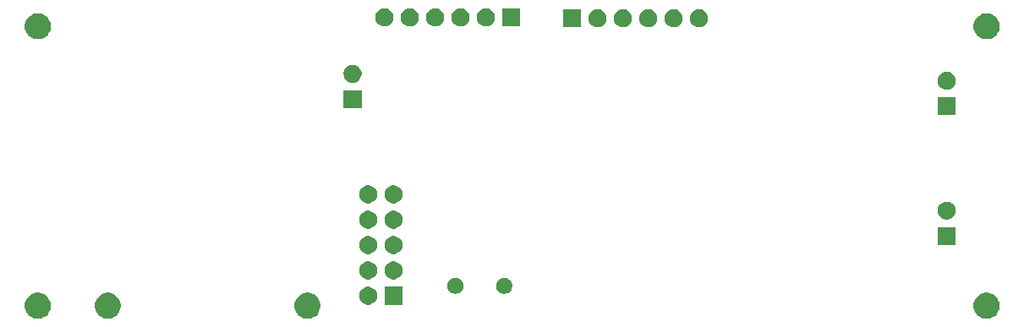
<source format=gbr>
G04 #@! TF.GenerationSoftware,KiCad,Pcbnew,(5.1.5-0-10_14)*
G04 #@! TF.CreationDate,2020-05-10T22:12:37+02:00*
G04 #@! TF.ProjectId,sensor,73656e73-6f72-42e6-9b69-6361645f7063,rev?*
G04 #@! TF.SameCoordinates,Original*
G04 #@! TF.FileFunction,Soldermask,Bot*
G04 #@! TF.FilePolarity,Negative*
%FSLAX46Y46*%
G04 Gerber Fmt 4.6, Leading zero omitted, Abs format (unit mm)*
G04 Created by KiCad (PCBNEW (5.1.5-0-10_14)) date 2020-05-10 22:12:37*
%MOMM*%
%LPD*%
G04 APERTURE LIST*
%ADD10C,0.100000*%
G04 APERTURE END LIST*
D10*
G36*
X113379487Y-61748996D02*
G01*
X113616253Y-61847068D01*
X113616255Y-61847069D01*
X113829339Y-61989447D01*
X114010553Y-62170661D01*
X114072126Y-62262811D01*
X114152932Y-62383747D01*
X114251004Y-62620513D01*
X114301000Y-62871861D01*
X114301000Y-63128139D01*
X114251004Y-63379487D01*
X114152932Y-63616253D01*
X114152931Y-63616255D01*
X114010553Y-63829339D01*
X113829339Y-64010553D01*
X113616255Y-64152931D01*
X113616254Y-64152932D01*
X113616253Y-64152932D01*
X113379487Y-64251004D01*
X113128139Y-64301000D01*
X112871861Y-64301000D01*
X112620513Y-64251004D01*
X112383747Y-64152932D01*
X112383746Y-64152932D01*
X112383745Y-64152931D01*
X112170661Y-64010553D01*
X111989447Y-63829339D01*
X111847069Y-63616255D01*
X111847068Y-63616253D01*
X111748996Y-63379487D01*
X111699000Y-63128139D01*
X111699000Y-62871861D01*
X111748996Y-62620513D01*
X111847068Y-62383747D01*
X111927875Y-62262811D01*
X111989447Y-62170661D01*
X112170661Y-61989447D01*
X112383745Y-61847069D01*
X112383747Y-61847068D01*
X112620513Y-61748996D01*
X112871861Y-61699000D01*
X113128139Y-61699000D01*
X113379487Y-61748996D01*
G37*
G36*
X45379487Y-61748996D02*
G01*
X45616253Y-61847068D01*
X45616255Y-61847069D01*
X45829339Y-61989447D01*
X46010553Y-62170661D01*
X46072126Y-62262811D01*
X46152932Y-62383747D01*
X46251004Y-62620513D01*
X46301000Y-62871861D01*
X46301000Y-63128139D01*
X46251004Y-63379487D01*
X46152932Y-63616253D01*
X46152931Y-63616255D01*
X46010553Y-63829339D01*
X45829339Y-64010553D01*
X45616255Y-64152931D01*
X45616254Y-64152932D01*
X45616253Y-64152932D01*
X45379487Y-64251004D01*
X45128139Y-64301000D01*
X44871861Y-64301000D01*
X44620513Y-64251004D01*
X44383747Y-64152932D01*
X44383746Y-64152932D01*
X44383745Y-64152931D01*
X44170661Y-64010553D01*
X43989447Y-63829339D01*
X43847069Y-63616255D01*
X43847068Y-63616253D01*
X43748996Y-63379487D01*
X43699000Y-63128139D01*
X43699000Y-62871861D01*
X43748996Y-62620513D01*
X43847068Y-62383747D01*
X43927875Y-62262811D01*
X43989447Y-62170661D01*
X44170661Y-61989447D01*
X44383745Y-61847069D01*
X44383747Y-61847068D01*
X44620513Y-61748996D01*
X44871861Y-61699000D01*
X45128139Y-61699000D01*
X45379487Y-61748996D01*
G37*
G36*
X25379487Y-61748996D02*
G01*
X25616253Y-61847068D01*
X25616255Y-61847069D01*
X25829339Y-61989447D01*
X26010553Y-62170661D01*
X26072126Y-62262811D01*
X26152932Y-62383747D01*
X26251004Y-62620513D01*
X26301000Y-62871861D01*
X26301000Y-63128139D01*
X26251004Y-63379487D01*
X26152932Y-63616253D01*
X26152931Y-63616255D01*
X26010553Y-63829339D01*
X25829339Y-64010553D01*
X25616255Y-64152931D01*
X25616254Y-64152932D01*
X25616253Y-64152932D01*
X25379487Y-64251004D01*
X25128139Y-64301000D01*
X24871861Y-64301000D01*
X24620513Y-64251004D01*
X24383747Y-64152932D01*
X24383746Y-64152932D01*
X24383745Y-64152931D01*
X24170661Y-64010553D01*
X23989447Y-63829339D01*
X23847069Y-63616255D01*
X23847068Y-63616253D01*
X23748996Y-63379487D01*
X23699000Y-63128139D01*
X23699000Y-62871861D01*
X23748996Y-62620513D01*
X23847068Y-62383747D01*
X23927875Y-62262811D01*
X23989447Y-62170661D01*
X24170661Y-61989447D01*
X24383745Y-61847069D01*
X24383747Y-61847068D01*
X24620513Y-61748996D01*
X24871861Y-61699000D01*
X25128139Y-61699000D01*
X25379487Y-61748996D01*
G37*
G36*
X18379487Y-61748996D02*
G01*
X18616253Y-61847068D01*
X18616255Y-61847069D01*
X18829339Y-61989447D01*
X19010553Y-62170661D01*
X19072126Y-62262811D01*
X19152932Y-62383747D01*
X19251004Y-62620513D01*
X19301000Y-62871861D01*
X19301000Y-63128139D01*
X19251004Y-63379487D01*
X19152932Y-63616253D01*
X19152931Y-63616255D01*
X19010553Y-63829339D01*
X18829339Y-64010553D01*
X18616255Y-64152931D01*
X18616254Y-64152932D01*
X18616253Y-64152932D01*
X18379487Y-64251004D01*
X18128139Y-64301000D01*
X17871861Y-64301000D01*
X17620513Y-64251004D01*
X17383747Y-64152932D01*
X17383746Y-64152932D01*
X17383745Y-64152931D01*
X17170661Y-64010553D01*
X16989447Y-63829339D01*
X16847069Y-63616255D01*
X16847068Y-63616253D01*
X16748996Y-63379487D01*
X16699000Y-63128139D01*
X16699000Y-62871861D01*
X16748996Y-62620513D01*
X16847068Y-62383747D01*
X16927875Y-62262811D01*
X16989447Y-62170661D01*
X17170661Y-61989447D01*
X17383745Y-61847069D01*
X17383747Y-61847068D01*
X17620513Y-61748996D01*
X17871861Y-61699000D01*
X18128139Y-61699000D01*
X18379487Y-61748996D01*
G37*
G36*
X54501000Y-62901000D02*
G01*
X52699000Y-62901000D01*
X52699000Y-61099000D01*
X54501000Y-61099000D01*
X54501000Y-62901000D01*
G37*
G36*
X51173512Y-61103927D02*
G01*
X51322812Y-61133624D01*
X51486784Y-61201544D01*
X51634354Y-61300147D01*
X51759853Y-61425646D01*
X51858456Y-61573216D01*
X51926376Y-61737188D01*
X51961000Y-61911259D01*
X51961000Y-62088741D01*
X51926376Y-62262812D01*
X51858456Y-62426784D01*
X51759853Y-62574354D01*
X51634354Y-62699853D01*
X51486784Y-62798456D01*
X51322812Y-62866376D01*
X51173512Y-62896073D01*
X51148742Y-62901000D01*
X50971258Y-62901000D01*
X50946488Y-62896073D01*
X50797188Y-62866376D01*
X50633216Y-62798456D01*
X50485646Y-62699853D01*
X50360147Y-62574354D01*
X50261544Y-62426784D01*
X50193624Y-62262812D01*
X50159000Y-62088741D01*
X50159000Y-61911259D01*
X50193624Y-61737188D01*
X50261544Y-61573216D01*
X50360147Y-61425646D01*
X50485646Y-61300147D01*
X50633216Y-61201544D01*
X50797188Y-61133624D01*
X50946488Y-61103927D01*
X50971258Y-61099000D01*
X51148742Y-61099000D01*
X51173512Y-61103927D01*
G37*
G36*
X60033642Y-60229781D02*
G01*
X60179414Y-60290162D01*
X60179416Y-60290163D01*
X60310608Y-60377822D01*
X60422178Y-60489392D01*
X60509837Y-60620584D01*
X60509838Y-60620586D01*
X60570219Y-60766358D01*
X60601000Y-60921107D01*
X60601000Y-61078893D01*
X60570219Y-61233642D01*
X60542671Y-61300148D01*
X60509837Y-61379416D01*
X60422178Y-61510608D01*
X60310608Y-61622178D01*
X60179416Y-61709837D01*
X60179415Y-61709838D01*
X60179414Y-61709838D01*
X60033642Y-61770219D01*
X59878893Y-61801000D01*
X59721107Y-61801000D01*
X59566358Y-61770219D01*
X59420586Y-61709838D01*
X59420585Y-61709838D01*
X59420584Y-61709837D01*
X59289392Y-61622178D01*
X59177822Y-61510608D01*
X59090163Y-61379416D01*
X59057329Y-61300148D01*
X59029781Y-61233642D01*
X58999000Y-61078893D01*
X58999000Y-60921107D01*
X59029781Y-60766358D01*
X59090162Y-60620586D01*
X59090163Y-60620584D01*
X59177822Y-60489392D01*
X59289392Y-60377822D01*
X59420584Y-60290163D01*
X59420586Y-60290162D01*
X59566358Y-60229781D01*
X59721107Y-60199000D01*
X59878893Y-60199000D01*
X60033642Y-60229781D01*
G37*
G36*
X64913642Y-60229781D02*
G01*
X65059414Y-60290162D01*
X65059416Y-60290163D01*
X65190608Y-60377822D01*
X65302178Y-60489392D01*
X65389837Y-60620584D01*
X65389838Y-60620586D01*
X65450219Y-60766358D01*
X65481000Y-60921107D01*
X65481000Y-61078893D01*
X65450219Y-61233642D01*
X65422671Y-61300148D01*
X65389837Y-61379416D01*
X65302178Y-61510608D01*
X65190608Y-61622178D01*
X65059416Y-61709837D01*
X65059415Y-61709838D01*
X65059414Y-61709838D01*
X64913642Y-61770219D01*
X64758893Y-61801000D01*
X64601107Y-61801000D01*
X64446358Y-61770219D01*
X64300586Y-61709838D01*
X64300585Y-61709838D01*
X64300584Y-61709837D01*
X64169392Y-61622178D01*
X64057822Y-61510608D01*
X63970163Y-61379416D01*
X63937329Y-61300148D01*
X63909781Y-61233642D01*
X63879000Y-61078893D01*
X63879000Y-60921107D01*
X63909781Y-60766358D01*
X63970162Y-60620586D01*
X63970163Y-60620584D01*
X64057822Y-60489392D01*
X64169392Y-60377822D01*
X64300584Y-60290163D01*
X64300586Y-60290162D01*
X64446358Y-60229781D01*
X64601107Y-60199000D01*
X64758893Y-60199000D01*
X64913642Y-60229781D01*
G37*
G36*
X53713512Y-58563927D02*
G01*
X53862812Y-58593624D01*
X54026784Y-58661544D01*
X54174354Y-58760147D01*
X54299853Y-58885646D01*
X54398456Y-59033216D01*
X54466376Y-59197188D01*
X54501000Y-59371259D01*
X54501000Y-59548741D01*
X54466376Y-59722812D01*
X54398456Y-59886784D01*
X54299853Y-60034354D01*
X54174354Y-60159853D01*
X54026784Y-60258456D01*
X53862812Y-60326376D01*
X53713512Y-60356073D01*
X53688742Y-60361000D01*
X53511258Y-60361000D01*
X53486488Y-60356073D01*
X53337188Y-60326376D01*
X53173216Y-60258456D01*
X53025646Y-60159853D01*
X52900147Y-60034354D01*
X52801544Y-59886784D01*
X52733624Y-59722812D01*
X52699000Y-59548741D01*
X52699000Y-59371259D01*
X52733624Y-59197188D01*
X52801544Y-59033216D01*
X52900147Y-58885646D01*
X53025646Y-58760147D01*
X53173216Y-58661544D01*
X53337188Y-58593624D01*
X53486488Y-58563927D01*
X53511258Y-58559000D01*
X53688742Y-58559000D01*
X53713512Y-58563927D01*
G37*
G36*
X51173512Y-58563927D02*
G01*
X51322812Y-58593624D01*
X51486784Y-58661544D01*
X51634354Y-58760147D01*
X51759853Y-58885646D01*
X51858456Y-59033216D01*
X51926376Y-59197188D01*
X51961000Y-59371259D01*
X51961000Y-59548741D01*
X51926376Y-59722812D01*
X51858456Y-59886784D01*
X51759853Y-60034354D01*
X51634354Y-60159853D01*
X51486784Y-60258456D01*
X51322812Y-60326376D01*
X51173512Y-60356073D01*
X51148742Y-60361000D01*
X50971258Y-60361000D01*
X50946488Y-60356073D01*
X50797188Y-60326376D01*
X50633216Y-60258456D01*
X50485646Y-60159853D01*
X50360147Y-60034354D01*
X50261544Y-59886784D01*
X50193624Y-59722812D01*
X50159000Y-59548741D01*
X50159000Y-59371259D01*
X50193624Y-59197188D01*
X50261544Y-59033216D01*
X50360147Y-58885646D01*
X50485646Y-58760147D01*
X50633216Y-58661544D01*
X50797188Y-58593624D01*
X50946488Y-58563927D01*
X50971258Y-58559000D01*
X51148742Y-58559000D01*
X51173512Y-58563927D01*
G37*
G36*
X51173512Y-56023927D02*
G01*
X51322812Y-56053624D01*
X51486784Y-56121544D01*
X51634354Y-56220147D01*
X51759853Y-56345646D01*
X51858456Y-56493216D01*
X51926376Y-56657188D01*
X51961000Y-56831259D01*
X51961000Y-57008741D01*
X51926376Y-57182812D01*
X51858456Y-57346784D01*
X51759853Y-57494354D01*
X51634354Y-57619853D01*
X51486784Y-57718456D01*
X51322812Y-57786376D01*
X51173512Y-57816073D01*
X51148742Y-57821000D01*
X50971258Y-57821000D01*
X50946488Y-57816073D01*
X50797188Y-57786376D01*
X50633216Y-57718456D01*
X50485646Y-57619853D01*
X50360147Y-57494354D01*
X50261544Y-57346784D01*
X50193624Y-57182812D01*
X50159000Y-57008741D01*
X50159000Y-56831259D01*
X50193624Y-56657188D01*
X50261544Y-56493216D01*
X50360147Y-56345646D01*
X50485646Y-56220147D01*
X50633216Y-56121544D01*
X50797188Y-56053624D01*
X50946488Y-56023927D01*
X50971258Y-56019000D01*
X51148742Y-56019000D01*
X51173512Y-56023927D01*
G37*
G36*
X53713512Y-56023927D02*
G01*
X53862812Y-56053624D01*
X54026784Y-56121544D01*
X54174354Y-56220147D01*
X54299853Y-56345646D01*
X54398456Y-56493216D01*
X54466376Y-56657188D01*
X54501000Y-56831259D01*
X54501000Y-57008741D01*
X54466376Y-57182812D01*
X54398456Y-57346784D01*
X54299853Y-57494354D01*
X54174354Y-57619853D01*
X54026784Y-57718456D01*
X53862812Y-57786376D01*
X53713512Y-57816073D01*
X53688742Y-57821000D01*
X53511258Y-57821000D01*
X53486488Y-57816073D01*
X53337188Y-57786376D01*
X53173216Y-57718456D01*
X53025646Y-57619853D01*
X52900147Y-57494354D01*
X52801544Y-57346784D01*
X52733624Y-57182812D01*
X52699000Y-57008741D01*
X52699000Y-56831259D01*
X52733624Y-56657188D01*
X52801544Y-56493216D01*
X52900147Y-56345646D01*
X53025646Y-56220147D01*
X53173216Y-56121544D01*
X53337188Y-56053624D01*
X53486488Y-56023927D01*
X53511258Y-56019000D01*
X53688742Y-56019000D01*
X53713512Y-56023927D01*
G37*
G36*
X109901000Y-56901000D02*
G01*
X108099000Y-56901000D01*
X108099000Y-55099000D01*
X109901000Y-55099000D01*
X109901000Y-56901000D01*
G37*
G36*
X51173512Y-53483927D02*
G01*
X51322812Y-53513624D01*
X51486784Y-53581544D01*
X51634354Y-53680147D01*
X51759853Y-53805646D01*
X51858456Y-53953216D01*
X51926376Y-54117188D01*
X51961000Y-54291259D01*
X51961000Y-54468741D01*
X51926376Y-54642812D01*
X51858456Y-54806784D01*
X51759853Y-54954354D01*
X51634354Y-55079853D01*
X51486784Y-55178456D01*
X51322812Y-55246376D01*
X51173512Y-55276073D01*
X51148742Y-55281000D01*
X50971258Y-55281000D01*
X50946488Y-55276073D01*
X50797188Y-55246376D01*
X50633216Y-55178456D01*
X50485646Y-55079853D01*
X50360147Y-54954354D01*
X50261544Y-54806784D01*
X50193624Y-54642812D01*
X50159000Y-54468741D01*
X50159000Y-54291259D01*
X50193624Y-54117188D01*
X50261544Y-53953216D01*
X50360147Y-53805646D01*
X50485646Y-53680147D01*
X50633216Y-53581544D01*
X50797188Y-53513624D01*
X50946488Y-53483927D01*
X50971258Y-53479000D01*
X51148742Y-53479000D01*
X51173512Y-53483927D01*
G37*
G36*
X53713512Y-53483927D02*
G01*
X53862812Y-53513624D01*
X54026784Y-53581544D01*
X54174354Y-53680147D01*
X54299853Y-53805646D01*
X54398456Y-53953216D01*
X54466376Y-54117188D01*
X54501000Y-54291259D01*
X54501000Y-54468741D01*
X54466376Y-54642812D01*
X54398456Y-54806784D01*
X54299853Y-54954354D01*
X54174354Y-55079853D01*
X54026784Y-55178456D01*
X53862812Y-55246376D01*
X53713512Y-55276073D01*
X53688742Y-55281000D01*
X53511258Y-55281000D01*
X53486488Y-55276073D01*
X53337188Y-55246376D01*
X53173216Y-55178456D01*
X53025646Y-55079853D01*
X52900147Y-54954354D01*
X52801544Y-54806784D01*
X52733624Y-54642812D01*
X52699000Y-54468741D01*
X52699000Y-54291259D01*
X52733624Y-54117188D01*
X52801544Y-53953216D01*
X52900147Y-53805646D01*
X53025646Y-53680147D01*
X53173216Y-53581544D01*
X53337188Y-53513624D01*
X53486488Y-53483927D01*
X53511258Y-53479000D01*
X53688742Y-53479000D01*
X53713512Y-53483927D01*
G37*
G36*
X109113512Y-52563927D02*
G01*
X109262812Y-52593624D01*
X109426784Y-52661544D01*
X109574354Y-52760147D01*
X109699853Y-52885646D01*
X109798456Y-53033216D01*
X109866376Y-53197188D01*
X109901000Y-53371259D01*
X109901000Y-53548741D01*
X109866376Y-53722812D01*
X109798456Y-53886784D01*
X109699853Y-54034354D01*
X109574354Y-54159853D01*
X109426784Y-54258456D01*
X109262812Y-54326376D01*
X109113512Y-54356073D01*
X109088742Y-54361000D01*
X108911258Y-54361000D01*
X108886488Y-54356073D01*
X108737188Y-54326376D01*
X108573216Y-54258456D01*
X108425646Y-54159853D01*
X108300147Y-54034354D01*
X108201544Y-53886784D01*
X108133624Y-53722812D01*
X108099000Y-53548741D01*
X108099000Y-53371259D01*
X108133624Y-53197188D01*
X108201544Y-53033216D01*
X108300147Y-52885646D01*
X108425646Y-52760147D01*
X108573216Y-52661544D01*
X108737188Y-52593624D01*
X108886488Y-52563927D01*
X108911258Y-52559000D01*
X109088742Y-52559000D01*
X109113512Y-52563927D01*
G37*
G36*
X51173512Y-50943927D02*
G01*
X51322812Y-50973624D01*
X51486784Y-51041544D01*
X51634354Y-51140147D01*
X51759853Y-51265646D01*
X51858456Y-51413216D01*
X51926376Y-51577188D01*
X51961000Y-51751259D01*
X51961000Y-51928741D01*
X51926376Y-52102812D01*
X51858456Y-52266784D01*
X51759853Y-52414354D01*
X51634354Y-52539853D01*
X51486784Y-52638456D01*
X51322812Y-52706376D01*
X51173512Y-52736073D01*
X51148742Y-52741000D01*
X50971258Y-52741000D01*
X50946488Y-52736073D01*
X50797188Y-52706376D01*
X50633216Y-52638456D01*
X50485646Y-52539853D01*
X50360147Y-52414354D01*
X50261544Y-52266784D01*
X50193624Y-52102812D01*
X50159000Y-51928741D01*
X50159000Y-51751259D01*
X50193624Y-51577188D01*
X50261544Y-51413216D01*
X50360147Y-51265646D01*
X50485646Y-51140147D01*
X50633216Y-51041544D01*
X50797188Y-50973624D01*
X50946488Y-50943927D01*
X50971258Y-50939000D01*
X51148742Y-50939000D01*
X51173512Y-50943927D01*
G37*
G36*
X53713512Y-50943927D02*
G01*
X53862812Y-50973624D01*
X54026784Y-51041544D01*
X54174354Y-51140147D01*
X54299853Y-51265646D01*
X54398456Y-51413216D01*
X54466376Y-51577188D01*
X54501000Y-51751259D01*
X54501000Y-51928741D01*
X54466376Y-52102812D01*
X54398456Y-52266784D01*
X54299853Y-52414354D01*
X54174354Y-52539853D01*
X54026784Y-52638456D01*
X53862812Y-52706376D01*
X53713512Y-52736073D01*
X53688742Y-52741000D01*
X53511258Y-52741000D01*
X53486488Y-52736073D01*
X53337188Y-52706376D01*
X53173216Y-52638456D01*
X53025646Y-52539853D01*
X52900147Y-52414354D01*
X52801544Y-52266784D01*
X52733624Y-52102812D01*
X52699000Y-51928741D01*
X52699000Y-51751259D01*
X52733624Y-51577188D01*
X52801544Y-51413216D01*
X52900147Y-51265646D01*
X53025646Y-51140147D01*
X53173216Y-51041544D01*
X53337188Y-50973624D01*
X53486488Y-50943927D01*
X53511258Y-50939000D01*
X53688742Y-50939000D01*
X53713512Y-50943927D01*
G37*
G36*
X109901000Y-43901000D02*
G01*
X108099000Y-43901000D01*
X108099000Y-42099000D01*
X109901000Y-42099000D01*
X109901000Y-43901000D01*
G37*
G36*
X50401000Y-43201000D02*
G01*
X48599000Y-43201000D01*
X48599000Y-41399000D01*
X50401000Y-41399000D01*
X50401000Y-43201000D01*
G37*
G36*
X109113512Y-39563927D02*
G01*
X109262812Y-39593624D01*
X109426784Y-39661544D01*
X109574354Y-39760147D01*
X109699853Y-39885646D01*
X109798456Y-40033216D01*
X109866376Y-40197188D01*
X109901000Y-40371259D01*
X109901000Y-40548741D01*
X109866376Y-40722812D01*
X109798456Y-40886784D01*
X109699853Y-41034354D01*
X109574354Y-41159853D01*
X109426784Y-41258456D01*
X109262812Y-41326376D01*
X109113512Y-41356073D01*
X109088742Y-41361000D01*
X108911258Y-41361000D01*
X108886488Y-41356073D01*
X108737188Y-41326376D01*
X108573216Y-41258456D01*
X108425646Y-41159853D01*
X108300147Y-41034354D01*
X108201544Y-40886784D01*
X108133624Y-40722812D01*
X108099000Y-40548741D01*
X108099000Y-40371259D01*
X108133624Y-40197188D01*
X108201544Y-40033216D01*
X108300147Y-39885646D01*
X108425646Y-39760147D01*
X108573216Y-39661544D01*
X108737188Y-39593624D01*
X108886488Y-39563927D01*
X108911258Y-39559000D01*
X109088742Y-39559000D01*
X109113512Y-39563927D01*
G37*
G36*
X49613512Y-38863927D02*
G01*
X49762812Y-38893624D01*
X49926784Y-38961544D01*
X50074354Y-39060147D01*
X50199853Y-39185646D01*
X50298456Y-39333216D01*
X50366376Y-39497188D01*
X50401000Y-39671259D01*
X50401000Y-39848741D01*
X50366376Y-40022812D01*
X50298456Y-40186784D01*
X50199853Y-40334354D01*
X50074354Y-40459853D01*
X49926784Y-40558456D01*
X49762812Y-40626376D01*
X49613512Y-40656073D01*
X49588742Y-40661000D01*
X49411258Y-40661000D01*
X49386488Y-40656073D01*
X49237188Y-40626376D01*
X49073216Y-40558456D01*
X48925646Y-40459853D01*
X48800147Y-40334354D01*
X48701544Y-40186784D01*
X48633624Y-40022812D01*
X48599000Y-39848741D01*
X48599000Y-39671259D01*
X48633624Y-39497188D01*
X48701544Y-39333216D01*
X48800147Y-39185646D01*
X48925646Y-39060147D01*
X49073216Y-38961544D01*
X49237188Y-38893624D01*
X49386488Y-38863927D01*
X49411258Y-38859000D01*
X49588742Y-38859000D01*
X49613512Y-38863927D01*
G37*
G36*
X18379487Y-33748996D02*
G01*
X18592403Y-33837189D01*
X18616255Y-33847069D01*
X18751128Y-33937188D01*
X18829339Y-33989447D01*
X19010553Y-34170661D01*
X19152932Y-34383747D01*
X19251004Y-34620513D01*
X19301000Y-34871861D01*
X19301000Y-35128139D01*
X19251004Y-35379487D01*
X19152932Y-35616253D01*
X19152931Y-35616255D01*
X19010553Y-35829339D01*
X18829339Y-36010553D01*
X18616255Y-36152931D01*
X18616254Y-36152932D01*
X18616253Y-36152932D01*
X18379487Y-36251004D01*
X18128139Y-36301000D01*
X17871861Y-36301000D01*
X17620513Y-36251004D01*
X17383747Y-36152932D01*
X17383746Y-36152932D01*
X17383745Y-36152931D01*
X17170661Y-36010553D01*
X16989447Y-35829339D01*
X16847069Y-35616255D01*
X16847068Y-35616253D01*
X16748996Y-35379487D01*
X16699000Y-35128139D01*
X16699000Y-34871861D01*
X16748996Y-34620513D01*
X16847068Y-34383747D01*
X16989447Y-34170661D01*
X17170661Y-33989447D01*
X17248872Y-33937188D01*
X17383745Y-33847069D01*
X17407597Y-33837189D01*
X17620513Y-33748996D01*
X17871861Y-33699000D01*
X18128139Y-33699000D01*
X18379487Y-33748996D01*
G37*
G36*
X113379487Y-33748996D02*
G01*
X113592403Y-33837189D01*
X113616255Y-33847069D01*
X113751128Y-33937188D01*
X113829339Y-33989447D01*
X114010553Y-34170661D01*
X114152932Y-34383747D01*
X114251004Y-34620513D01*
X114301000Y-34871861D01*
X114301000Y-35128139D01*
X114251004Y-35379487D01*
X114152932Y-35616253D01*
X114152931Y-35616255D01*
X114010553Y-35829339D01*
X113829339Y-36010553D01*
X113616255Y-36152931D01*
X113616254Y-36152932D01*
X113616253Y-36152932D01*
X113379487Y-36251004D01*
X113128139Y-36301000D01*
X112871861Y-36301000D01*
X112620513Y-36251004D01*
X112383747Y-36152932D01*
X112383746Y-36152932D01*
X112383745Y-36152931D01*
X112170661Y-36010553D01*
X111989447Y-35829339D01*
X111847069Y-35616255D01*
X111847068Y-35616253D01*
X111748996Y-35379487D01*
X111699000Y-35128139D01*
X111699000Y-34871861D01*
X111748996Y-34620513D01*
X111847068Y-34383747D01*
X111989447Y-34170661D01*
X112170661Y-33989447D01*
X112248872Y-33937188D01*
X112383745Y-33847069D01*
X112407597Y-33837189D01*
X112620513Y-33748996D01*
X112871861Y-33699000D01*
X113128139Y-33699000D01*
X113379487Y-33748996D01*
G37*
G36*
X84301531Y-33301544D02*
G01*
X84462812Y-33333624D01*
X84626784Y-33401544D01*
X84774354Y-33500147D01*
X84899853Y-33625646D01*
X84998456Y-33773216D01*
X85066376Y-33937188D01*
X85101000Y-34111259D01*
X85101000Y-34288741D01*
X85066376Y-34462812D01*
X84998456Y-34626784D01*
X84899853Y-34774354D01*
X84774354Y-34899853D01*
X84626784Y-34998456D01*
X84462812Y-35066376D01*
X84313512Y-35096073D01*
X84288742Y-35101000D01*
X84111258Y-35101000D01*
X84086488Y-35096073D01*
X83937188Y-35066376D01*
X83773216Y-34998456D01*
X83625646Y-34899853D01*
X83500147Y-34774354D01*
X83401544Y-34626784D01*
X83333624Y-34462812D01*
X83299000Y-34288741D01*
X83299000Y-34111259D01*
X83333624Y-33937188D01*
X83401544Y-33773216D01*
X83500147Y-33625646D01*
X83625646Y-33500147D01*
X83773216Y-33401544D01*
X83937188Y-33333624D01*
X84098469Y-33301544D01*
X84111258Y-33299000D01*
X84288742Y-33299000D01*
X84301531Y-33301544D01*
G37*
G36*
X81761531Y-33301544D02*
G01*
X81922812Y-33333624D01*
X82086784Y-33401544D01*
X82234354Y-33500147D01*
X82359853Y-33625646D01*
X82458456Y-33773216D01*
X82526376Y-33937188D01*
X82561000Y-34111259D01*
X82561000Y-34288741D01*
X82526376Y-34462812D01*
X82458456Y-34626784D01*
X82359853Y-34774354D01*
X82234354Y-34899853D01*
X82086784Y-34998456D01*
X81922812Y-35066376D01*
X81773512Y-35096073D01*
X81748742Y-35101000D01*
X81571258Y-35101000D01*
X81546488Y-35096073D01*
X81397188Y-35066376D01*
X81233216Y-34998456D01*
X81085646Y-34899853D01*
X80960147Y-34774354D01*
X80861544Y-34626784D01*
X80793624Y-34462812D01*
X80759000Y-34288741D01*
X80759000Y-34111259D01*
X80793624Y-33937188D01*
X80861544Y-33773216D01*
X80960147Y-33625646D01*
X81085646Y-33500147D01*
X81233216Y-33401544D01*
X81397188Y-33333624D01*
X81558469Y-33301544D01*
X81571258Y-33299000D01*
X81748742Y-33299000D01*
X81761531Y-33301544D01*
G37*
G36*
X79221531Y-33301544D02*
G01*
X79382812Y-33333624D01*
X79546784Y-33401544D01*
X79694354Y-33500147D01*
X79819853Y-33625646D01*
X79918456Y-33773216D01*
X79986376Y-33937188D01*
X80021000Y-34111259D01*
X80021000Y-34288741D01*
X79986376Y-34462812D01*
X79918456Y-34626784D01*
X79819853Y-34774354D01*
X79694354Y-34899853D01*
X79546784Y-34998456D01*
X79382812Y-35066376D01*
X79233512Y-35096073D01*
X79208742Y-35101000D01*
X79031258Y-35101000D01*
X79006488Y-35096073D01*
X78857188Y-35066376D01*
X78693216Y-34998456D01*
X78545646Y-34899853D01*
X78420147Y-34774354D01*
X78321544Y-34626784D01*
X78253624Y-34462812D01*
X78219000Y-34288741D01*
X78219000Y-34111259D01*
X78253624Y-33937188D01*
X78321544Y-33773216D01*
X78420147Y-33625646D01*
X78545646Y-33500147D01*
X78693216Y-33401544D01*
X78857188Y-33333624D01*
X79018469Y-33301544D01*
X79031258Y-33299000D01*
X79208742Y-33299000D01*
X79221531Y-33301544D01*
G37*
G36*
X76681531Y-33301544D02*
G01*
X76842812Y-33333624D01*
X77006784Y-33401544D01*
X77154354Y-33500147D01*
X77279853Y-33625646D01*
X77378456Y-33773216D01*
X77446376Y-33937188D01*
X77481000Y-34111259D01*
X77481000Y-34288741D01*
X77446376Y-34462812D01*
X77378456Y-34626784D01*
X77279853Y-34774354D01*
X77154354Y-34899853D01*
X77006784Y-34998456D01*
X76842812Y-35066376D01*
X76693512Y-35096073D01*
X76668742Y-35101000D01*
X76491258Y-35101000D01*
X76466488Y-35096073D01*
X76317188Y-35066376D01*
X76153216Y-34998456D01*
X76005646Y-34899853D01*
X75880147Y-34774354D01*
X75781544Y-34626784D01*
X75713624Y-34462812D01*
X75679000Y-34288741D01*
X75679000Y-34111259D01*
X75713624Y-33937188D01*
X75781544Y-33773216D01*
X75880147Y-33625646D01*
X76005646Y-33500147D01*
X76153216Y-33401544D01*
X76317188Y-33333624D01*
X76478469Y-33301544D01*
X76491258Y-33299000D01*
X76668742Y-33299000D01*
X76681531Y-33301544D01*
G37*
G36*
X74141531Y-33301544D02*
G01*
X74302812Y-33333624D01*
X74466784Y-33401544D01*
X74614354Y-33500147D01*
X74739853Y-33625646D01*
X74838456Y-33773216D01*
X74906376Y-33937188D01*
X74941000Y-34111259D01*
X74941000Y-34288741D01*
X74906376Y-34462812D01*
X74838456Y-34626784D01*
X74739853Y-34774354D01*
X74614354Y-34899853D01*
X74466784Y-34998456D01*
X74302812Y-35066376D01*
X74153512Y-35096073D01*
X74128742Y-35101000D01*
X73951258Y-35101000D01*
X73926488Y-35096073D01*
X73777188Y-35066376D01*
X73613216Y-34998456D01*
X73465646Y-34899853D01*
X73340147Y-34774354D01*
X73241544Y-34626784D01*
X73173624Y-34462812D01*
X73139000Y-34288741D01*
X73139000Y-34111259D01*
X73173624Y-33937188D01*
X73241544Y-33773216D01*
X73340147Y-33625646D01*
X73465646Y-33500147D01*
X73613216Y-33401544D01*
X73777188Y-33333624D01*
X73938469Y-33301544D01*
X73951258Y-33299000D01*
X74128742Y-33299000D01*
X74141531Y-33301544D01*
G37*
G36*
X72401000Y-35101000D02*
G01*
X70599000Y-35101000D01*
X70599000Y-33299000D01*
X72401000Y-33299000D01*
X72401000Y-35101000D01*
G37*
G36*
X52813512Y-33203927D02*
G01*
X52962812Y-33233624D01*
X53126784Y-33301544D01*
X53274354Y-33400147D01*
X53399853Y-33525646D01*
X53498456Y-33673216D01*
X53566376Y-33837188D01*
X53601000Y-34011259D01*
X53601000Y-34188741D01*
X53566376Y-34362812D01*
X53498456Y-34526784D01*
X53399853Y-34674354D01*
X53274354Y-34799853D01*
X53126784Y-34898456D01*
X52962812Y-34966376D01*
X52813512Y-34996073D01*
X52788742Y-35001000D01*
X52611258Y-35001000D01*
X52586488Y-34996073D01*
X52437188Y-34966376D01*
X52273216Y-34898456D01*
X52125646Y-34799853D01*
X52000147Y-34674354D01*
X51901544Y-34526784D01*
X51833624Y-34362812D01*
X51799000Y-34188741D01*
X51799000Y-34011259D01*
X51833624Y-33837188D01*
X51901544Y-33673216D01*
X52000147Y-33525646D01*
X52125646Y-33400147D01*
X52273216Y-33301544D01*
X52437188Y-33233624D01*
X52586488Y-33203927D01*
X52611258Y-33199000D01*
X52788742Y-33199000D01*
X52813512Y-33203927D01*
G37*
G36*
X55353512Y-33203927D02*
G01*
X55502812Y-33233624D01*
X55666784Y-33301544D01*
X55814354Y-33400147D01*
X55939853Y-33525646D01*
X56038456Y-33673216D01*
X56106376Y-33837188D01*
X56141000Y-34011259D01*
X56141000Y-34188741D01*
X56106376Y-34362812D01*
X56038456Y-34526784D01*
X55939853Y-34674354D01*
X55814354Y-34799853D01*
X55666784Y-34898456D01*
X55502812Y-34966376D01*
X55353512Y-34996073D01*
X55328742Y-35001000D01*
X55151258Y-35001000D01*
X55126488Y-34996073D01*
X54977188Y-34966376D01*
X54813216Y-34898456D01*
X54665646Y-34799853D01*
X54540147Y-34674354D01*
X54441544Y-34526784D01*
X54373624Y-34362812D01*
X54339000Y-34188741D01*
X54339000Y-34011259D01*
X54373624Y-33837188D01*
X54441544Y-33673216D01*
X54540147Y-33525646D01*
X54665646Y-33400147D01*
X54813216Y-33301544D01*
X54977188Y-33233624D01*
X55126488Y-33203927D01*
X55151258Y-33199000D01*
X55328742Y-33199000D01*
X55353512Y-33203927D01*
G37*
G36*
X57893512Y-33203927D02*
G01*
X58042812Y-33233624D01*
X58206784Y-33301544D01*
X58354354Y-33400147D01*
X58479853Y-33525646D01*
X58578456Y-33673216D01*
X58646376Y-33837188D01*
X58681000Y-34011259D01*
X58681000Y-34188741D01*
X58646376Y-34362812D01*
X58578456Y-34526784D01*
X58479853Y-34674354D01*
X58354354Y-34799853D01*
X58206784Y-34898456D01*
X58042812Y-34966376D01*
X57893512Y-34996073D01*
X57868742Y-35001000D01*
X57691258Y-35001000D01*
X57666488Y-34996073D01*
X57517188Y-34966376D01*
X57353216Y-34898456D01*
X57205646Y-34799853D01*
X57080147Y-34674354D01*
X56981544Y-34526784D01*
X56913624Y-34362812D01*
X56879000Y-34188741D01*
X56879000Y-34011259D01*
X56913624Y-33837188D01*
X56981544Y-33673216D01*
X57080147Y-33525646D01*
X57205646Y-33400147D01*
X57353216Y-33301544D01*
X57517188Y-33233624D01*
X57666488Y-33203927D01*
X57691258Y-33199000D01*
X57868742Y-33199000D01*
X57893512Y-33203927D01*
G37*
G36*
X60433512Y-33203927D02*
G01*
X60582812Y-33233624D01*
X60746784Y-33301544D01*
X60894354Y-33400147D01*
X61019853Y-33525646D01*
X61118456Y-33673216D01*
X61186376Y-33837188D01*
X61221000Y-34011259D01*
X61221000Y-34188741D01*
X61186376Y-34362812D01*
X61118456Y-34526784D01*
X61019853Y-34674354D01*
X60894354Y-34799853D01*
X60746784Y-34898456D01*
X60582812Y-34966376D01*
X60433512Y-34996073D01*
X60408742Y-35001000D01*
X60231258Y-35001000D01*
X60206488Y-34996073D01*
X60057188Y-34966376D01*
X59893216Y-34898456D01*
X59745646Y-34799853D01*
X59620147Y-34674354D01*
X59521544Y-34526784D01*
X59453624Y-34362812D01*
X59419000Y-34188741D01*
X59419000Y-34011259D01*
X59453624Y-33837188D01*
X59521544Y-33673216D01*
X59620147Y-33525646D01*
X59745646Y-33400147D01*
X59893216Y-33301544D01*
X60057188Y-33233624D01*
X60206488Y-33203927D01*
X60231258Y-33199000D01*
X60408742Y-33199000D01*
X60433512Y-33203927D01*
G37*
G36*
X62973512Y-33203927D02*
G01*
X63122812Y-33233624D01*
X63286784Y-33301544D01*
X63434354Y-33400147D01*
X63559853Y-33525646D01*
X63658456Y-33673216D01*
X63726376Y-33837188D01*
X63761000Y-34011259D01*
X63761000Y-34188741D01*
X63726376Y-34362812D01*
X63658456Y-34526784D01*
X63559853Y-34674354D01*
X63434354Y-34799853D01*
X63286784Y-34898456D01*
X63122812Y-34966376D01*
X62973512Y-34996073D01*
X62948742Y-35001000D01*
X62771258Y-35001000D01*
X62746488Y-34996073D01*
X62597188Y-34966376D01*
X62433216Y-34898456D01*
X62285646Y-34799853D01*
X62160147Y-34674354D01*
X62061544Y-34526784D01*
X61993624Y-34362812D01*
X61959000Y-34188741D01*
X61959000Y-34011259D01*
X61993624Y-33837188D01*
X62061544Y-33673216D01*
X62160147Y-33525646D01*
X62285646Y-33400147D01*
X62433216Y-33301544D01*
X62597188Y-33233624D01*
X62746488Y-33203927D01*
X62771258Y-33199000D01*
X62948742Y-33199000D01*
X62973512Y-33203927D01*
G37*
G36*
X66301000Y-35001000D02*
G01*
X64499000Y-35001000D01*
X64499000Y-33199000D01*
X66301000Y-33199000D01*
X66301000Y-35001000D01*
G37*
M02*

</source>
